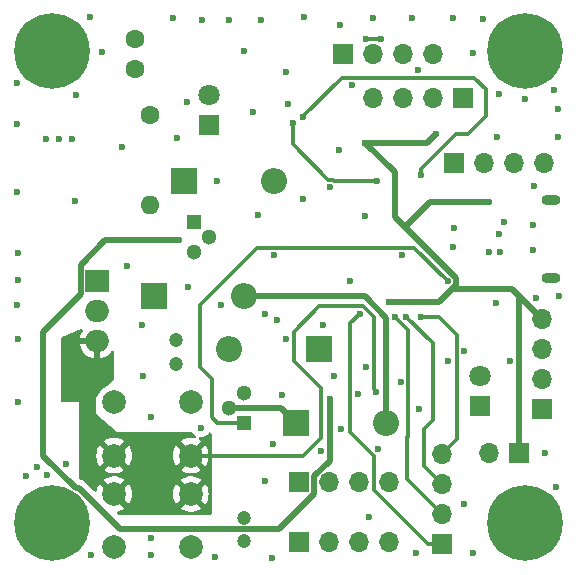
<source format=gbr>
%TF.GenerationSoftware,KiCad,Pcbnew,8.0.7*%
%TF.CreationDate,2025-07-22T17:47:17-04:00*%
%TF.ProjectId,Drone Motherboared,44726f6e-6520-44d6-9f74-686572626f61,rev?*%
%TF.SameCoordinates,Original*%
%TF.FileFunction,Copper,L4,Bot*%
%TF.FilePolarity,Positive*%
%FSLAX46Y46*%
G04 Gerber Fmt 4.6, Leading zero omitted, Abs format (unit mm)*
G04 Created by KiCad (PCBNEW 8.0.7) date 2025-07-22 17:47:17*
%MOMM*%
%LPD*%
G01*
G04 APERTURE LIST*
%TA.AperFunction,ComponentPad*%
%ADD10C,2.000000*%
%TD*%
%TA.AperFunction,ComponentPad*%
%ADD11O,2.000000X1.905000*%
%TD*%
%TA.AperFunction,ComponentPad*%
%ADD12R,2.000000X1.905000*%
%TD*%
%TA.AperFunction,ComponentPad*%
%ADD13C,1.300000*%
%TD*%
%TA.AperFunction,ComponentPad*%
%ADD14R,1.300000X1.300000*%
%TD*%
%TA.AperFunction,ComponentPad*%
%ADD15O,1.600000X1.600000*%
%TD*%
%TA.AperFunction,ComponentPad*%
%ADD16C,1.600000*%
%TD*%
%TA.AperFunction,ComponentPad*%
%ADD17O,1.600000X0.900000*%
%TD*%
%TA.AperFunction,ComponentPad*%
%ADD18O,1.700000X1.700000*%
%TD*%
%TA.AperFunction,ComponentPad*%
%ADD19R,1.700000X1.700000*%
%TD*%
%TA.AperFunction,ComponentPad*%
%ADD20C,6.400000*%
%TD*%
%TA.AperFunction,ComponentPad*%
%ADD21R,1.800000X1.800000*%
%TD*%
%TA.AperFunction,ComponentPad*%
%ADD22C,1.800000*%
%TD*%
%TA.AperFunction,ComponentPad*%
%ADD23O,2.200000X2.200000*%
%TD*%
%TA.AperFunction,ComponentPad*%
%ADD24R,2.200000X2.200000*%
%TD*%
%TA.AperFunction,ComponentPad*%
%ADD25C,1.200000*%
%TD*%
%TA.AperFunction,ViaPad*%
%ADD26C,0.600000*%
%TD*%
%TA.AperFunction,Conductor*%
%ADD27C,0.300000*%
%TD*%
%TA.AperFunction,Conductor*%
%ADD28C,0.500000*%
%TD*%
G04 APERTURE END LIST*
D10*
%TO.P,SW2,2,2*%
%TO.N,/ON_BTN*%
X165250000Y-99250000D03*
X171750000Y-99250000D03*
%TO.P,SW2,1,1*%
%TO.N,-BATT*%
X165250000Y-103750000D03*
X171750000Y-103750000D03*
%TD*%
%TO.P,SW1,2,2*%
%TO.N,/PNP_B*%
X171750000Y-111500000D03*
X165250000Y-111500000D03*
%TO.P,SW1,1,1*%
%TO.N,-BATT*%
X171750000Y-107000000D03*
X165250000Y-107000000D03*
%TD*%
D11*
%TO.P,Q3,3,S*%
%TO.N,-BATT*%
X163805000Y-94040000D03*
%TO.P,Q3,2,D*%
%TO.N,/VIN*%
X163805000Y-91500000D03*
D12*
%TO.P,Q3,1,G*%
%TO.N,/PMOS_G*%
X163805000Y-88960000D03*
%TD*%
D13*
%TO.P,Q2,3,C*%
%TO.N,/PMOS_G*%
X171980000Y-86520000D03*
%TO.P,Q2,2,B*%
%TO.N,/NPN_B*%
X173250000Y-85250000D03*
D14*
%TO.P,Q2,1,E*%
%TO.N,GND*%
X171980000Y-83980000D03*
%TD*%
%TO.P,Q1,1,E*%
%TO.N,/BATT_CTRL*%
X176250000Y-101000000D03*
D13*
%TO.P,Q1,2,B*%
%TO.N,/PNP_B*%
X174980000Y-99730000D03*
%TO.P,Q1,3,C*%
%TO.N,/PNP_C*%
X176250000Y-98460000D03*
%TD*%
D15*
%TO.P,L1,2,2*%
%TO.N,/BUCK_RAW_OUT*%
X168250000Y-82560000D03*
D16*
%TO.P,L1,1,1*%
%TO.N,+3.3V*%
X168250000Y-74940000D03*
%TD*%
D17*
%TO.P,J9,6,Shield*%
%TO.N,unconnected-(J9-Shield-Pad6)_1*%
X202250000Y-88750000D03*
%TO.N,unconnected-(J9-Shield-Pad6)_4*%
X202250000Y-82150000D03*
%TD*%
D18*
%TO.P,J8,4,Pin_4*%
%TO.N,/SDA*%
X187210000Y-73500000D03*
%TO.P,J8,3,Pin_3*%
%TO.N,/SCL*%
X189750000Y-73500000D03*
%TO.P,J8,2,Pin_2*%
%TO.N,GND*%
X192290000Y-73500000D03*
D19*
%TO.P,J8,1,Pin_1*%
%TO.N,+3.3V*%
X194830000Y-73500000D03*
%TD*%
D18*
%TO.P,J3,4,Pin_4*%
%TO.N,+3.3V*%
X192290000Y-69750000D03*
%TO.P,J3,3,Pin_3*%
%TO.N,/SCL*%
X189750000Y-69750000D03*
%TO.P,J3,2,Pin_2*%
%TO.N,/SDA*%
X187210000Y-69750000D03*
D19*
%TO.P,J3,1,Pin_1*%
%TO.N,GND*%
X184670000Y-69750000D03*
%TD*%
D18*
%TO.P,J2,4,Pin_4*%
%TO.N,+3.3V*%
X201620000Y-79000000D03*
%TO.P,J2,3,Pin_3*%
%TO.N,/SWDIO*%
X199080000Y-79000000D03*
%TO.P,J2,2,Pin_2*%
%TO.N,/SWCLK*%
X196540000Y-79000000D03*
D19*
%TO.P,J2,1,Pin_1*%
%TO.N,GND*%
X194000000Y-79000000D03*
%TD*%
D18*
%TO.P,J7,4,Pin_4*%
%TO.N,/SIG_4*%
X193000000Y-103630000D03*
%TO.P,J7,3,Pin_3*%
%TO.N,/SIG_3*%
X193000000Y-106170000D03*
%TO.P,J7,2,Pin_2*%
%TO.N,/SIG_2*%
X193000000Y-108710000D03*
D19*
%TO.P,J7,1,Pin_1*%
%TO.N,/SIG_1*%
X193000000Y-111250000D03*
%TD*%
%TO.P,J1,1,Pin_1*%
%TO.N,GND*%
X201500000Y-99830000D03*
D18*
%TO.P,J1,2,Pin_2*%
%TO.N,/UART_RX*%
X201500000Y-97290000D03*
%TO.P,J1,3,Pin_3*%
%TO.N,/UART_TX*%
X201500000Y-94750000D03*
%TO.P,J1,4,Pin_4*%
%TO.N,+3.3V*%
X201500000Y-92210000D03*
%TD*%
%TO.P,J6,2,Pin_2*%
%TO.N,GND*%
X196960000Y-103500000D03*
D19*
%TO.P,J6,1,Pin_1*%
%TO.N,+3.3V*%
X199500000Y-103500000D03*
%TD*%
D18*
%TO.P,J5,4,Pin_4*%
%TO.N,GND*%
X188540000Y-111080000D03*
%TO.P,J5,3,Pin_3*%
X186000000Y-111080000D03*
%TO.P,J5,2,Pin_2*%
X183460000Y-111080000D03*
D19*
%TO.P,J5,1,Pin_1*%
X180920000Y-111080000D03*
%TD*%
%TO.P,J4,1,Pin_1*%
%TO.N,/PWM_1*%
X180920000Y-106000000D03*
D18*
%TO.P,J4,2,Pin_2*%
%TO.N,/PWM_2*%
X183460000Y-106000000D03*
%TO.P,J4,3,Pin_3*%
%TO.N,/PWM_3*%
X186000000Y-106000000D03*
%TO.P,J4,4,Pin_4*%
%TO.N,/PWM_4*%
X188540000Y-106000000D03*
%TD*%
D20*
%TO.P,H4,1*%
%TO.N,N/C*%
X200000000Y-109500000D03*
%TD*%
%TO.P,H3,1*%
%TO.N,N/C*%
X200000000Y-69500000D03*
%TD*%
%TO.P,H2,1*%
%TO.N,N/C*%
X160000000Y-109500000D03*
%TD*%
%TO.P,H1,1*%
%TO.N,N/C*%
X160000000Y-69500000D03*
%TD*%
D21*
%TO.P,D6,1,K*%
%TO.N,/STATUS_OUT*%
X196250000Y-99540000D03*
D22*
%TO.P,D6,2,A*%
%TO.N,/STATUS*%
X196250000Y-97000000D03*
%TD*%
D23*
%TO.P,D5,2,A*%
%TO.N,VBUS*%
X176250000Y-90250000D03*
D24*
%TO.P,D5,1,K*%
%TO.N,/VIN*%
X168630000Y-90250000D03*
%TD*%
D22*
%TO.P,D4,2,A*%
%TO.N,+3.3V*%
X173250000Y-73210000D03*
D21*
%TO.P,D4,1,K*%
%TO.N,/P_LED_OUT*%
X173250000Y-75750000D03*
%TD*%
D23*
%TO.P,D3,2,A*%
%TO.N,GND*%
X178750000Y-80500000D03*
D24*
%TO.P,D3,1,K*%
%TO.N,/BUCK_RAW_OUT*%
X171130000Y-80500000D03*
%TD*%
D23*
%TO.P,D2,2,A*%
%TO.N,/PNP_C*%
X175000000Y-94750000D03*
D24*
%TO.P,D2,1,K*%
%TO.N,/BATT_CNTRL_FORWARD*%
X182620000Y-94750000D03*
%TD*%
D23*
%TO.P,D1,2,A*%
%TO.N,VBUS*%
X188310000Y-101000000D03*
D24*
%TO.P,D1,1,K*%
%TO.N,/PNP_B*%
X180690000Y-101000000D03*
%TD*%
D25*
%TO.P,C3,2*%
%TO.N,GND*%
X176250000Y-111000000D03*
%TO.P,C3,1*%
%TO.N,VBUS*%
X176250000Y-109000000D03*
%TD*%
%TO.P,C7,2*%
%TO.N,GND*%
X170500000Y-94000000D03*
%TO.P,C7,1*%
%TO.N,-BATT*%
X170500000Y-96000000D03*
%TD*%
D16*
%TO.P,C2,2*%
%TO.N,GND*%
X167000000Y-68500000D03*
%TO.P,C2,1*%
%TO.N,+3.3V*%
X167000000Y-71000000D03*
%TD*%
D26*
%TO.N,GND*%
X184300000Y-77900000D03*
X186800000Y-108950000D03*
X166300000Y-87700000D03*
X170600000Y-76900000D03*
X165900000Y-77600000D03*
X171400000Y-73800000D03*
X185400000Y-72400000D03*
X191000000Y-71100000D03*
X179500000Y-98600000D03*
X179800000Y-71300000D03*
X157050000Y-81400000D03*
X177000000Y-74700000D03*
X177400000Y-83400000D03*
X174300000Y-91000000D03*
X167600000Y-92700000D03*
X168400000Y-100500000D03*
X202900000Y-90200000D03*
X201000000Y-90400000D03*
X197600000Y-90800000D03*
X183900000Y-97000000D03*
X187600000Y-103200000D03*
X185900000Y-98500000D03*
X182800000Y-103400000D03*
X182900000Y-92700000D03*
X179800000Y-93900000D03*
X179000000Y-92300000D03*
X178700000Y-102800000D03*
X201700000Y-103500000D03*
X202700000Y-106400000D03*
X168400000Y-112200000D03*
X200800000Y-80900000D03*
X202800000Y-76800000D03*
X202800000Y-74400000D03*
X202500000Y-72800000D03*
X200000000Y-73600000D03*
X197800000Y-73100000D03*
X195600000Y-69700000D03*
X196500000Y-66800000D03*
X193900000Y-66700000D03*
X190500000Y-66700000D03*
X187200000Y-66700000D03*
X184400000Y-67300000D03*
X181300000Y-66600000D03*
X177700000Y-66900000D03*
X172700000Y-66900000D03*
X175000000Y-66900000D03*
X170200000Y-66700000D03*
X163200000Y-66600000D03*
X164200000Y-69600000D03*
X162000000Y-73200000D03*
X157050000Y-72200000D03*
X157050000Y-75700000D03*
X157100000Y-86600000D03*
X157100000Y-88900000D03*
X157050000Y-91000000D03*
X157100000Y-93900000D03*
X157100000Y-99200000D03*
X168400000Y-110700000D03*
X163300000Y-112200000D03*
X195600000Y-112000000D03*
X190800000Y-112000000D03*
X178600000Y-112400000D03*
X173800000Y-112300000D03*
X167700000Y-97000000D03*
X172600000Y-101400000D03*
X193950001Y-86106986D03*
X200686463Y-86322230D03*
X161900000Y-82200000D03*
X197700000Y-76800000D03*
X189600000Y-86750000D03*
X174000000Y-80500000D03*
X171500000Y-89500000D03*
X178000000Y-105900000D03*
X184500000Y-101500000D03*
X191100000Y-99800000D03*
X198800000Y-95700000D03*
X197800000Y-85000000D03*
X197900000Y-86550000D03*
X196967334Y-86550000D03*
X186558390Y-96209863D03*
X176250000Y-69500000D03*
X161650000Y-76950000D03*
X160600000Y-76950000D03*
X159500000Y-76950000D03*
X161200000Y-104450002D03*
X159600000Y-105400000D03*
X157800000Y-105500000D03*
X158700000Y-104700000D03*
X178000000Y-91750000D03*
X185250000Y-89000000D03*
X194880025Y-107880025D03*
X193500000Y-95750000D03*
X194850000Y-94900000D03*
%TO.N,-BATT*%
X164250000Y-97000000D03*
X163000000Y-97750000D03*
X164750000Y-95750000D03*
X163250000Y-96250000D03*
%TO.N,/IMU_R*%
X181255289Y-75065531D03*
X191250000Y-80000000D03*
%TO.N,+3.3V*%
X197000000Y-82250000D03*
%TO.N,GND*%
X183500000Y-81000000D03*
%TO.N,/NPN_B*%
X170750000Y-85500000D03*
X183500000Y-99000000D03*
%TO.N,-BATT*%
X187460000Y-98359997D03*
%TO.N,+3.3V*%
X188500000Y-90750000D03*
%TO.N,GND*%
X186500000Y-83500000D03*
%TO.N,+3.3V*%
X192500000Y-76500000D03*
X186500000Y-77250000D03*
%TO.N,/BOOT0*%
X180369975Y-75550000D03*
X187500000Y-80500000D03*
%TO.N,/BATT_CTRL*%
X193500000Y-89000000D03*
%TO.N,GND*%
X198250000Y-84000000D03*
X200675000Y-84250000D03*
X180000000Y-74000000D03*
X178750000Y-86750000D03*
X181250000Y-82000000D03*
%TO.N,/SIG_4*%
X191250000Y-92000000D03*
%TO.N,/SIG_3*%
X190000000Y-92000000D03*
%TO.N,/SIG_2*%
X189000003Y-92000000D03*
%TO.N,/SIG_1*%
X186074265Y-91725735D03*
%TO.N,GND*%
X189500000Y-97500000D03*
%TO.N,/SCL*%
X186610000Y-68498144D03*
X187810000Y-68500000D03*
%TO.N,GND*%
X194000000Y-84500000D03*
%TD*%
D27*
%TO.N,-BATT*%
X181250000Y-103750000D02*
X171750000Y-103750000D01*
X182750000Y-102250000D02*
X181250000Y-103750000D01*
X182750000Y-98000000D02*
X182750000Y-102250000D01*
X180500000Y-95750000D02*
X182750000Y-98000000D01*
X180500000Y-93250000D02*
X180500000Y-95750000D01*
X187250000Y-92052941D02*
X186322794Y-91125735D01*
X186322794Y-91125735D02*
X182624265Y-91125735D01*
X187460000Y-98359997D02*
X187250000Y-98149997D01*
X182624265Y-91125735D02*
X180500000Y-93250000D01*
X187250000Y-98149997D02*
X187250000Y-92052941D01*
D28*
%TO.N,+3.3V*%
X199500000Y-90210000D02*
X198915000Y-89625000D01*
X199500000Y-103500000D02*
X199500000Y-90210000D01*
X198915000Y-89625000D02*
X201500000Y-92210000D01*
X193875000Y-89625000D02*
X198915000Y-89625000D01*
X193875000Y-89625000D02*
X192750000Y-90750000D01*
X194200000Y-89300000D02*
X193875000Y-89625000D01*
D27*
%TO.N,/IMU_R*%
X181255289Y-75023962D02*
X181255289Y-75065531D01*
X184529251Y-71750000D02*
X181255289Y-75023962D01*
X186000000Y-71750000D02*
X184529251Y-71750000D01*
X195750000Y-71750000D02*
X186000000Y-71750000D01*
X196750000Y-72750000D02*
X195750000Y-71750000D01*
X196750000Y-74500000D02*
X196750000Y-72750000D01*
X196750000Y-75000000D02*
X196750000Y-74500000D01*
X191250000Y-79450000D02*
X194200000Y-76500000D01*
X191250000Y-80000000D02*
X191250000Y-79450000D01*
X194200000Y-76500000D02*
X194250000Y-76500000D01*
X194250000Y-76500000D02*
X195250000Y-76500000D01*
X195250000Y-76500000D02*
X196750000Y-75000000D01*
%TO.N,/BOOT0*%
X183400000Y-80400000D02*
X183748529Y-80400000D01*
X183848529Y-80500000D02*
X187500000Y-80500000D01*
X180369975Y-77369975D02*
X183400000Y-80400000D01*
X180369975Y-75550000D02*
X180369975Y-77369975D01*
X183748529Y-80400000D02*
X183848529Y-80500000D01*
D28*
%TO.N,+3.3V*%
X192000000Y-82250000D02*
X197000000Y-82250000D01*
X189869975Y-84380025D02*
X192000000Y-82250000D01*
X189869975Y-84380025D02*
X194200000Y-88710050D01*
X189000000Y-83510050D02*
X189869975Y-84380025D01*
%TO.N,/NPN_B*%
X168750000Y-85500000D02*
X170750000Y-85500000D01*
X164512500Y-85500000D02*
X168750000Y-85500000D01*
X162405000Y-87607500D02*
X164512500Y-85500000D01*
X162405000Y-90095000D02*
X162405000Y-87607500D01*
X159250000Y-103750000D02*
X159250000Y-93250000D01*
X162000000Y-106500000D02*
X159250000Y-103750000D01*
X159250000Y-93250000D02*
X162405000Y-90095000D01*
X162250000Y-106500000D02*
X162000000Y-106500000D01*
X165750000Y-110000000D02*
X162250000Y-106500000D01*
X182210000Y-107040000D02*
X179250000Y-110000000D01*
X183500000Y-104192233D02*
X182210000Y-105482233D01*
X183500000Y-99000000D02*
X183500000Y-104192233D01*
X179250000Y-110000000D02*
X165750000Y-110000000D01*
X182210000Y-105482233D02*
X182210000Y-107040000D01*
D27*
%TO.N,/SIG_1*%
X191850000Y-111250000D02*
X193000000Y-111250000D01*
X187250000Y-106650000D02*
X191850000Y-111250000D01*
X187250000Y-103750000D02*
X187250000Y-106650000D01*
X185250000Y-92550000D02*
X185250000Y-101750000D01*
X185250000Y-101750000D02*
X187250000Y-103750000D01*
X186074265Y-91725735D02*
X185250000Y-92550000D01*
D28*
%TO.N,+3.3V*%
X192750000Y-90750000D02*
X188500000Y-90750000D01*
X194200000Y-88710050D02*
X194200000Y-89300000D01*
X189000000Y-79750000D02*
X189000000Y-83510050D01*
X186500000Y-77250000D02*
X189000000Y-79750000D01*
X191750000Y-77250000D02*
X192500000Y-76500000D01*
X186500000Y-77250000D02*
X191750000Y-77250000D01*
D27*
%TO.N,/BATT_CTRL*%
X174000000Y-101000000D02*
X176250000Y-101000000D01*
X173500000Y-97250000D02*
X173500000Y-100500000D01*
X173500000Y-100500000D02*
X174000000Y-101000000D01*
X172500000Y-91000000D02*
X172500000Y-96250000D01*
X172500000Y-96250000D02*
X173500000Y-97250000D01*
X177350000Y-86150000D02*
X172500000Y-91000000D01*
X190650000Y-86150000D02*
X177350000Y-86150000D01*
X193500000Y-89000000D02*
X190650000Y-86150000D01*
D28*
%TO.N,/PNP_B*%
X174980000Y-99730000D02*
X179420000Y-99730000D01*
X179420000Y-99730000D02*
X180690000Y-101000000D01*
%TO.N,VBUS*%
X188300003Y-92060053D02*
X186489950Y-90250000D01*
X188300003Y-100990003D02*
X188300003Y-92060053D01*
X188310000Y-101000000D02*
X188300003Y-100990003D01*
X186489950Y-90250000D02*
X176250000Y-90250000D01*
D27*
%TO.N,/SIG_3*%
X191500000Y-104670000D02*
X193000000Y-106170000D01*
X191500000Y-101500000D02*
X191500000Y-104670000D01*
X192250000Y-100750000D02*
X191500000Y-101500000D01*
X190000000Y-92000000D02*
X192250000Y-94250000D01*
X192250000Y-94250000D02*
X192250000Y-100750000D01*
%TO.N,/SIG_2*%
X190050000Y-102200000D02*
X190050000Y-105760000D01*
X190100000Y-102150000D02*
X190050000Y-102200000D01*
X190100000Y-93099997D02*
X190100000Y-102150000D01*
X189000003Y-92000000D02*
X190100000Y-93099997D01*
X190050000Y-105760000D02*
X193000000Y-108710000D01*
%TO.N,/SIG_4*%
X194250000Y-102380000D02*
X193000000Y-103630000D01*
X194250000Y-93500000D02*
X194250000Y-102380000D01*
X192750000Y-92000000D02*
X194250000Y-93500000D01*
X191250000Y-92000000D02*
X192750000Y-92000000D01*
%TO.N,/SCL*%
X187808144Y-68498144D02*
X186610000Y-68498144D01*
X187810000Y-68500000D02*
X187808144Y-68498144D01*
%TD*%
%TA.AperFunction,Conductor*%
%TO.N,-BATT*%
G36*
X162561529Y-93024201D02*
G01*
X162598703Y-93083360D01*
X162597993Y-93153227D01*
X162579695Y-93189968D01*
X162515213Y-93278720D01*
X162411417Y-93482429D01*
X162340765Y-93699871D01*
X162326491Y-93790000D01*
X163314252Y-93790000D01*
X163292482Y-93827708D01*
X163255000Y-93967591D01*
X163255000Y-94112409D01*
X163292482Y-94252292D01*
X163314252Y-94290000D01*
X162326491Y-94290000D01*
X162340765Y-94380128D01*
X162411417Y-94597570D01*
X162515211Y-94801276D01*
X162649597Y-94986242D01*
X162811257Y-95147902D01*
X162996223Y-95282288D01*
X163199929Y-95386082D01*
X163417371Y-95456734D01*
X163555000Y-95478532D01*
X163555000Y-94530747D01*
X163592708Y-94552518D01*
X163732591Y-94590000D01*
X163877409Y-94590000D01*
X164017292Y-94552518D01*
X164055000Y-94530747D01*
X164055000Y-95478531D01*
X164192628Y-95456734D01*
X164410070Y-95386082D01*
X164613776Y-95282288D01*
X164798742Y-95147902D01*
X164960402Y-94986242D01*
X164960407Y-94986236D01*
X165025682Y-94896394D01*
X165081012Y-94853728D01*
X165150625Y-94847749D01*
X165212420Y-94880355D01*
X165246777Y-94941193D01*
X165250000Y-94969279D01*
X165250000Y-97198637D01*
X165230315Y-97265676D01*
X165213681Y-97286318D01*
X164622305Y-97877693D01*
X164593642Y-97899066D01*
X164426501Y-97989519D01*
X164426494Y-97989523D01*
X164230257Y-98142261D01*
X164061833Y-98325217D01*
X163925830Y-98533387D01*
X163925825Y-98533395D01*
X163903335Y-98584667D01*
X163877462Y-98622535D01*
X163750000Y-98749999D01*
X163750000Y-99176775D01*
X163749576Y-99187016D01*
X163744357Y-99249995D01*
X163744357Y-99250000D01*
X163749576Y-99312982D01*
X163750000Y-99323223D01*
X163750000Y-100250000D01*
X165500000Y-101750000D01*
X171805979Y-101750000D01*
X171873018Y-101769685D01*
X171910972Y-101808027D01*
X171970184Y-101902262D01*
X172097738Y-102029816D01*
X172131875Y-102051266D01*
X172178164Y-102103597D01*
X172188814Y-102172651D01*
X172160439Y-102236499D01*
X172102050Y-102274872D01*
X172045493Y-102278567D01*
X171874294Y-102250000D01*
X171625707Y-102250000D01*
X171380506Y-102290916D01*
X171145396Y-102371630D01*
X171145385Y-102371635D01*
X170926770Y-102489943D01*
X170879943Y-102526389D01*
X171579766Y-103226212D01*
X171537708Y-103237482D01*
X171412292Y-103309890D01*
X171309890Y-103412292D01*
X171237482Y-103537708D01*
X171226212Y-103579766D01*
X170526563Y-102880117D01*
X170426267Y-103033633D01*
X170426265Y-103033637D01*
X170326412Y-103261282D01*
X170265387Y-103502261D01*
X170265385Y-103502270D01*
X170244859Y-103749994D01*
X170244859Y-103750005D01*
X170265385Y-103997729D01*
X170265387Y-103997738D01*
X170326412Y-104238717D01*
X170426267Y-104466367D01*
X170526562Y-104619881D01*
X171226212Y-103920233D01*
X171237482Y-103962292D01*
X171309890Y-104087708D01*
X171412292Y-104190110D01*
X171537708Y-104262518D01*
X171579766Y-104273787D01*
X170879943Y-104973609D01*
X170926768Y-105010055D01*
X170926771Y-105010057D01*
X171145385Y-105128364D01*
X171145396Y-105128369D01*
X171380506Y-105209083D01*
X171625707Y-105250000D01*
X171874293Y-105250000D01*
X172119493Y-105209083D01*
X172354603Y-105128369D01*
X172354614Y-105128364D01*
X172573230Y-105010056D01*
X172573236Y-105010051D01*
X172620055Y-104973610D01*
X172620056Y-104973609D01*
X171920233Y-104273787D01*
X171962292Y-104262518D01*
X172087708Y-104190110D01*
X172190110Y-104087708D01*
X172262518Y-103962292D01*
X172273787Y-103920233D01*
X172973435Y-104619882D01*
X173073733Y-104466364D01*
X173173587Y-104238717D01*
X173234612Y-103997738D01*
X173234614Y-103997730D01*
X173252424Y-103782795D01*
X173264009Y-103752770D01*
X173257023Y-103741899D01*
X173252424Y-103717204D01*
X173234614Y-103502270D01*
X173234612Y-103502261D01*
X173173587Y-103261282D01*
X173073732Y-103033632D01*
X172973435Y-102880116D01*
X172273787Y-103579765D01*
X172262518Y-103537708D01*
X172190110Y-103412292D01*
X172087708Y-103309890D01*
X171962292Y-103237482D01*
X171920233Y-103226212D01*
X172620055Y-102526389D01*
X172620055Y-102526388D01*
X172573236Y-102489947D01*
X172463764Y-102430704D01*
X172414174Y-102381484D01*
X172399066Y-102313268D01*
X172423236Y-102247712D01*
X172479012Y-102205631D01*
X172536666Y-102198429D01*
X172599998Y-102205565D01*
X172600000Y-102205565D01*
X172600004Y-102205565D01*
X172779249Y-102185369D01*
X172779252Y-102185368D01*
X172779255Y-102185368D01*
X172949522Y-102125789D01*
X173102262Y-102029816D01*
X173229816Y-101902262D01*
X173271006Y-101836707D01*
X173323341Y-101790417D01*
X173392394Y-101779769D01*
X173456243Y-101808144D01*
X173494615Y-101866533D01*
X173500000Y-101902680D01*
X173500000Y-103706964D01*
X173487541Y-103749391D01*
X173497456Y-103768044D01*
X173500000Y-103793035D01*
X173500000Y-106956964D01*
X173487541Y-106999391D01*
X173497456Y-107018044D01*
X173500000Y-107043035D01*
X173500000Y-108626000D01*
X173480315Y-108693039D01*
X173427511Y-108738794D01*
X173376000Y-108750000D01*
X165612729Y-108750000D01*
X165545690Y-108730315D01*
X165525048Y-108713681D01*
X165490705Y-108679338D01*
X165457220Y-108618015D01*
X165462204Y-108548323D01*
X165504076Y-108492390D01*
X165557978Y-108469348D01*
X165619491Y-108459083D01*
X165854603Y-108378369D01*
X165854614Y-108378364D01*
X166073230Y-108260056D01*
X166073236Y-108260051D01*
X166120055Y-108223610D01*
X166120056Y-108223609D01*
X165420233Y-107523787D01*
X165462292Y-107512518D01*
X165587708Y-107440110D01*
X165690110Y-107337708D01*
X165762518Y-107212292D01*
X165773787Y-107170234D01*
X166473435Y-107869882D01*
X166573733Y-107716364D01*
X166673587Y-107488717D01*
X166734612Y-107247738D01*
X166734614Y-107247729D01*
X166755141Y-107000005D01*
X166755141Y-106999994D01*
X170244859Y-106999994D01*
X170244859Y-107000005D01*
X170265385Y-107247729D01*
X170265387Y-107247738D01*
X170326412Y-107488717D01*
X170426267Y-107716367D01*
X170526562Y-107869881D01*
X171226212Y-107170233D01*
X171237482Y-107212292D01*
X171309890Y-107337708D01*
X171412292Y-107440110D01*
X171537708Y-107512518D01*
X171579766Y-107523787D01*
X170879943Y-108223609D01*
X170926768Y-108260055D01*
X170926771Y-108260057D01*
X171145385Y-108378364D01*
X171145396Y-108378369D01*
X171380506Y-108459083D01*
X171625707Y-108500000D01*
X171874293Y-108500000D01*
X172119493Y-108459083D01*
X172354603Y-108378369D01*
X172354614Y-108378364D01*
X172573230Y-108260056D01*
X172573236Y-108260051D01*
X172620055Y-108223610D01*
X172620056Y-108223609D01*
X171920233Y-107523787D01*
X171962292Y-107512518D01*
X172087708Y-107440110D01*
X172190110Y-107337708D01*
X172262518Y-107212292D01*
X172273787Y-107170233D01*
X172973435Y-107869882D01*
X173073733Y-107716364D01*
X173173587Y-107488717D01*
X173234612Y-107247738D01*
X173234614Y-107247730D01*
X173252424Y-107032795D01*
X173264009Y-107002770D01*
X173257023Y-106991899D01*
X173252424Y-106967204D01*
X173234614Y-106752270D01*
X173234612Y-106752261D01*
X173173587Y-106511282D01*
X173073732Y-106283632D01*
X172973435Y-106130116D01*
X172273787Y-106829765D01*
X172262518Y-106787708D01*
X172190110Y-106662292D01*
X172087708Y-106559890D01*
X171962292Y-106487482D01*
X171920233Y-106476212D01*
X172620055Y-105776389D01*
X172620055Y-105776388D01*
X172573236Y-105739947D01*
X172573231Y-105739944D01*
X172354614Y-105621635D01*
X172354603Y-105621630D01*
X172119493Y-105540916D01*
X171874293Y-105500000D01*
X171625707Y-105500000D01*
X171380506Y-105540916D01*
X171145396Y-105621630D01*
X171145385Y-105621635D01*
X170926770Y-105739943D01*
X170879943Y-105776389D01*
X171579766Y-106476212D01*
X171537708Y-106487482D01*
X171412292Y-106559890D01*
X171309890Y-106662292D01*
X171237482Y-106787708D01*
X171226212Y-106829766D01*
X170526563Y-106130117D01*
X170426267Y-106283633D01*
X170426265Y-106283637D01*
X170326412Y-106511282D01*
X170265387Y-106752261D01*
X170265385Y-106752270D01*
X170244859Y-106999994D01*
X166755141Y-106999994D01*
X166734614Y-106752270D01*
X166734612Y-106752261D01*
X166673587Y-106511282D01*
X166573732Y-106283632D01*
X166473435Y-106130116D01*
X165773787Y-106829765D01*
X165762518Y-106787708D01*
X165690110Y-106662292D01*
X165587708Y-106559890D01*
X165462292Y-106487482D01*
X165420233Y-106476212D01*
X166120055Y-105776389D01*
X166120055Y-105776388D01*
X166073236Y-105739947D01*
X166073231Y-105739944D01*
X165854614Y-105621635D01*
X165854603Y-105621630D01*
X165619493Y-105540916D01*
X165374293Y-105500000D01*
X165125707Y-105500000D01*
X164880506Y-105540916D01*
X164645396Y-105621630D01*
X164645385Y-105621635D01*
X164426770Y-105739943D01*
X164379943Y-105776389D01*
X165079766Y-106476212D01*
X165037708Y-106487482D01*
X164912292Y-106559890D01*
X164809890Y-106662292D01*
X164737482Y-106787708D01*
X164726212Y-106829766D01*
X164026563Y-106130117D01*
X163926267Y-106283633D01*
X163926265Y-106283637D01*
X163826411Y-106511282D01*
X163778192Y-106701696D01*
X163742652Y-106761851D01*
X163680231Y-106793243D01*
X163610748Y-106785905D01*
X163570305Y-106758936D01*
X162728421Y-105917052D01*
X162728414Y-105917046D01*
X162654729Y-105867812D01*
X162654729Y-105867813D01*
X162605491Y-105834913D01*
X162468917Y-105778343D01*
X162468907Y-105778340D01*
X162349808Y-105754649D01*
X162287897Y-105722263D01*
X162253323Y-105661547D01*
X162250000Y-105633032D01*
X162250000Y-103749994D01*
X163744859Y-103749994D01*
X163744859Y-103750005D01*
X163765385Y-103997729D01*
X163765387Y-103997738D01*
X163826412Y-104238717D01*
X163926267Y-104466367D01*
X164026562Y-104619881D01*
X164726212Y-103920233D01*
X164737482Y-103962292D01*
X164809890Y-104087708D01*
X164912292Y-104190110D01*
X165037708Y-104262518D01*
X165079766Y-104273787D01*
X164379943Y-104973609D01*
X164426768Y-105010055D01*
X164426771Y-105010057D01*
X164645385Y-105128364D01*
X164645396Y-105128369D01*
X164880506Y-105209083D01*
X165125707Y-105250000D01*
X165374293Y-105250000D01*
X165619493Y-105209083D01*
X165854603Y-105128369D01*
X165854614Y-105128364D01*
X166073230Y-105010056D01*
X166073236Y-105010051D01*
X166120055Y-104973610D01*
X166120056Y-104973609D01*
X165420233Y-104273787D01*
X165462292Y-104262518D01*
X165587708Y-104190110D01*
X165690110Y-104087708D01*
X165762518Y-103962292D01*
X165773787Y-103920234D01*
X166473435Y-104619882D01*
X166573733Y-104466364D01*
X166673587Y-104238717D01*
X166734612Y-103997738D01*
X166734614Y-103997729D01*
X166755141Y-103750005D01*
X166755141Y-103749994D01*
X166734614Y-103502270D01*
X166734612Y-103502261D01*
X166673587Y-103261282D01*
X166573732Y-103033632D01*
X166473435Y-102880116D01*
X165773787Y-103579765D01*
X165762518Y-103537708D01*
X165690110Y-103412292D01*
X165587708Y-103309890D01*
X165462292Y-103237482D01*
X165420233Y-103226212D01*
X166120055Y-102526389D01*
X166120055Y-102526388D01*
X166073236Y-102489947D01*
X166073231Y-102489944D01*
X165854614Y-102371635D01*
X165854603Y-102371630D01*
X165619493Y-102290916D01*
X165374293Y-102250000D01*
X165125707Y-102250000D01*
X164880506Y-102290916D01*
X164645396Y-102371630D01*
X164645385Y-102371635D01*
X164426770Y-102489943D01*
X164379943Y-102526389D01*
X165079766Y-103226212D01*
X165037708Y-103237482D01*
X164912292Y-103309890D01*
X164809890Y-103412292D01*
X164737482Y-103537708D01*
X164726212Y-103579765D01*
X164026563Y-102880117D01*
X163926267Y-103033633D01*
X163926265Y-103033637D01*
X163826412Y-103261282D01*
X163765387Y-103502261D01*
X163765385Y-103502270D01*
X163744859Y-103749994D01*
X162250000Y-103749994D01*
X162250000Y-99250000D01*
X160874000Y-99250000D01*
X160806961Y-99230315D01*
X160761206Y-99177511D01*
X160750000Y-99126000D01*
X160750000Y-93830584D01*
X160769685Y-93763545D01*
X160822489Y-93717790D01*
X160823558Y-93717307D01*
X162429018Y-93003769D01*
X162498272Y-92994531D01*
X162561529Y-93024201D01*
G37*
%TD.AperFunction*%
%TD*%
M02*

</source>
